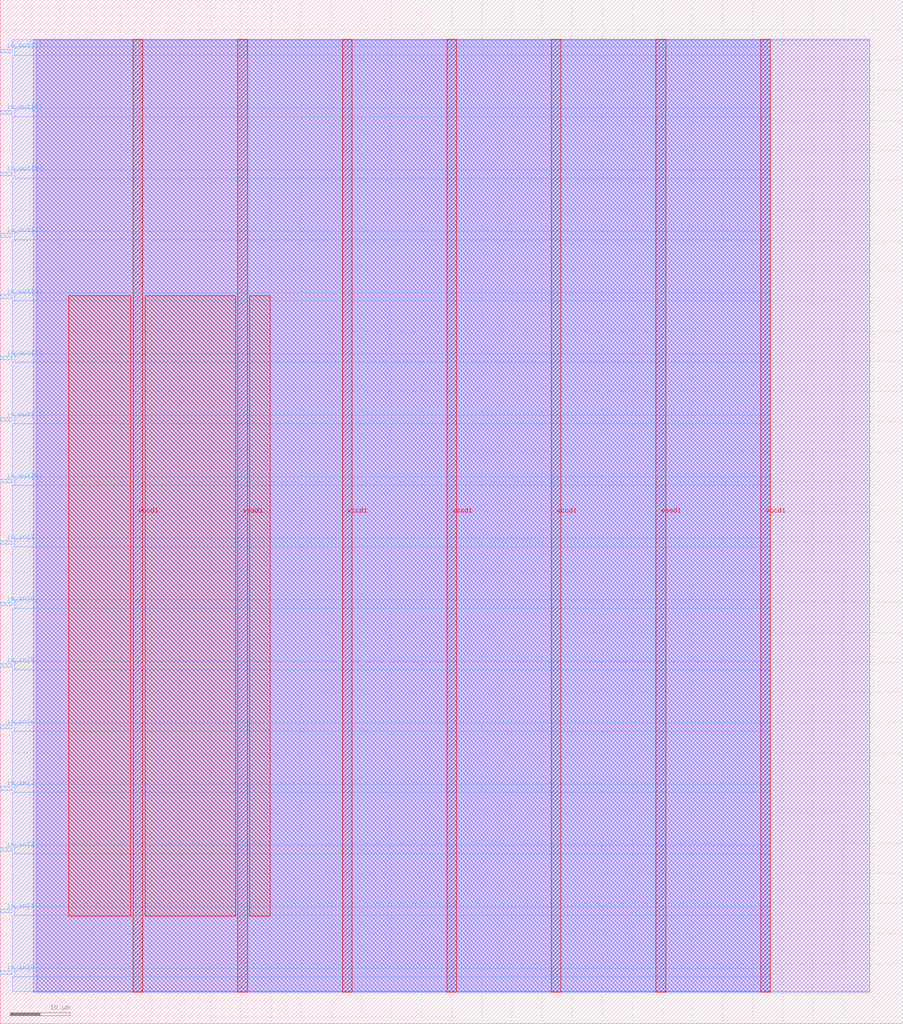
<source format=lef>
VERSION 5.7 ;
  NOWIREEXTENSIONATPIN ON ;
  DIVIDERCHAR "/" ;
  BUSBITCHARS "[]" ;
MACRO cchan_fp8_multiplier
  CLASS BLOCK ;
  FOREIGN cchan_fp8_multiplier ;
  ORIGIN 0.000 0.000 ;
  SIZE 150.000 BY 170.000 ;
  PIN io_in[0]
    DIRECTION INPUT ;
    USE SIGNAL ;
    PORT
      LAYER met3 ;
        RECT 0.000 8.200 2.000 8.800 ;
    END
  END io_in[0]
  PIN io_in[1]
    DIRECTION INPUT ;
    USE SIGNAL ;
    PORT
      LAYER met3 ;
        RECT 0.000 18.400 2.000 19.000 ;
    END
  END io_in[1]
  PIN io_in[2]
    DIRECTION INPUT ;
    USE SIGNAL ;
    PORT
      LAYER met3 ;
        RECT 0.000 28.600 2.000 29.200 ;
    END
  END io_in[2]
  PIN io_in[3]
    DIRECTION INPUT ;
    USE SIGNAL ;
    PORT
      LAYER met3 ;
        RECT 0.000 38.800 2.000 39.400 ;
    END
  END io_in[3]
  PIN io_in[4]
    DIRECTION INPUT ;
    USE SIGNAL ;
    PORT
      LAYER met3 ;
        RECT 0.000 49.000 2.000 49.600 ;
    END
  END io_in[4]
  PIN io_in[5]
    DIRECTION INPUT ;
    USE SIGNAL ;
    PORT
      LAYER met3 ;
        RECT 0.000 59.200 2.000 59.800 ;
    END
  END io_in[5]
  PIN io_in[6]
    DIRECTION INPUT ;
    USE SIGNAL ;
    PORT
      LAYER met3 ;
        RECT 0.000 69.400 2.000 70.000 ;
    END
  END io_in[6]
  PIN io_in[7]
    DIRECTION INPUT ;
    USE SIGNAL ;
    PORT
      LAYER met3 ;
        RECT 0.000 79.600 2.000 80.200 ;
    END
  END io_in[7]
  PIN io_out[0]
    DIRECTION OUTPUT TRISTATE ;
    USE SIGNAL ;
    PORT
      LAYER met3 ;
        RECT 0.000 89.800 2.000 90.400 ;
    END
  END io_out[0]
  PIN io_out[1]
    DIRECTION OUTPUT TRISTATE ;
    USE SIGNAL ;
    PORT
      LAYER met3 ;
        RECT 0.000 100.000 2.000 100.600 ;
    END
  END io_out[1]
  PIN io_out[2]
    DIRECTION OUTPUT TRISTATE ;
    USE SIGNAL ;
    PORT
      LAYER met3 ;
        RECT 0.000 110.200 2.000 110.800 ;
    END
  END io_out[2]
  PIN io_out[3]
    DIRECTION OUTPUT TRISTATE ;
    USE SIGNAL ;
    PORT
      LAYER met3 ;
        RECT 0.000 120.400 2.000 121.000 ;
    END
  END io_out[3]
  PIN io_out[4]
    DIRECTION OUTPUT TRISTATE ;
    USE SIGNAL ;
    PORT
      LAYER met3 ;
        RECT 0.000 130.600 2.000 131.200 ;
    END
  END io_out[4]
  PIN io_out[5]
    DIRECTION OUTPUT TRISTATE ;
    USE SIGNAL ;
    PORT
      LAYER met3 ;
        RECT 0.000 140.800 2.000 141.400 ;
    END
  END io_out[5]
  PIN io_out[6]
    DIRECTION OUTPUT TRISTATE ;
    USE SIGNAL ;
    PORT
      LAYER met3 ;
        RECT 0.000 151.000 2.000 151.600 ;
    END
  END io_out[6]
  PIN io_out[7]
    DIRECTION OUTPUT TRISTATE ;
    USE SIGNAL ;
    PORT
      LAYER met3 ;
        RECT 0.000 161.200 2.000 161.800 ;
    END
  END io_out[7]
  PIN vccd1
    DIRECTION INOUT ;
    USE POWER ;
    PORT
      LAYER met4 ;
        RECT 22.090 5.200 23.690 163.440 ;
    END
    PORT
      LAYER met4 ;
        RECT 56.830 5.200 58.430 163.440 ;
    END
    PORT
      LAYER met4 ;
        RECT 91.570 5.200 93.170 163.440 ;
    END
    PORT
      LAYER met4 ;
        RECT 126.310 5.200 127.910 163.440 ;
    END
  END vccd1
  PIN vssd1
    DIRECTION INOUT ;
    USE GROUND ;
    PORT
      LAYER met4 ;
        RECT 39.460 5.200 41.060 163.440 ;
    END
    PORT
      LAYER met4 ;
        RECT 74.200 5.200 75.800 163.440 ;
    END
    PORT
      LAYER met4 ;
        RECT 108.940 5.200 110.540 163.440 ;
    END
  END vssd1
  OBS
      LAYER li1 ;
        RECT 5.520 5.355 144.440 163.285 ;
      LAYER met1 ;
        RECT 5.520 5.200 144.440 163.440 ;
      LAYER met2 ;
        RECT 6.080 5.255 127.880 163.385 ;
      LAYER met3 ;
        RECT 2.000 162.200 127.900 163.365 ;
        RECT 2.400 160.800 127.900 162.200 ;
        RECT 2.000 152.000 127.900 160.800 ;
        RECT 2.400 150.600 127.900 152.000 ;
        RECT 2.000 141.800 127.900 150.600 ;
        RECT 2.400 140.400 127.900 141.800 ;
        RECT 2.000 131.600 127.900 140.400 ;
        RECT 2.400 130.200 127.900 131.600 ;
        RECT 2.000 121.400 127.900 130.200 ;
        RECT 2.400 120.000 127.900 121.400 ;
        RECT 2.000 111.200 127.900 120.000 ;
        RECT 2.400 109.800 127.900 111.200 ;
        RECT 2.000 101.000 127.900 109.800 ;
        RECT 2.400 99.600 127.900 101.000 ;
        RECT 2.000 90.800 127.900 99.600 ;
        RECT 2.400 89.400 127.900 90.800 ;
        RECT 2.000 80.600 127.900 89.400 ;
        RECT 2.400 79.200 127.900 80.600 ;
        RECT 2.000 70.400 127.900 79.200 ;
        RECT 2.400 69.000 127.900 70.400 ;
        RECT 2.000 60.200 127.900 69.000 ;
        RECT 2.400 58.800 127.900 60.200 ;
        RECT 2.000 50.000 127.900 58.800 ;
        RECT 2.400 48.600 127.900 50.000 ;
        RECT 2.000 39.800 127.900 48.600 ;
        RECT 2.400 38.400 127.900 39.800 ;
        RECT 2.000 29.600 127.900 38.400 ;
        RECT 2.400 28.200 127.900 29.600 ;
        RECT 2.000 19.400 127.900 28.200 ;
        RECT 2.400 18.000 127.900 19.400 ;
        RECT 2.000 9.200 127.900 18.000 ;
        RECT 2.400 7.800 127.900 9.200 ;
        RECT 2.000 5.275 127.900 7.800 ;
      LAYER met4 ;
        RECT 11.335 17.855 21.690 120.865 ;
        RECT 24.090 17.855 39.060 120.865 ;
        RECT 41.460 17.855 44.785 120.865 ;
  END
END cchan_fp8_multiplier
END LIBRARY


</source>
